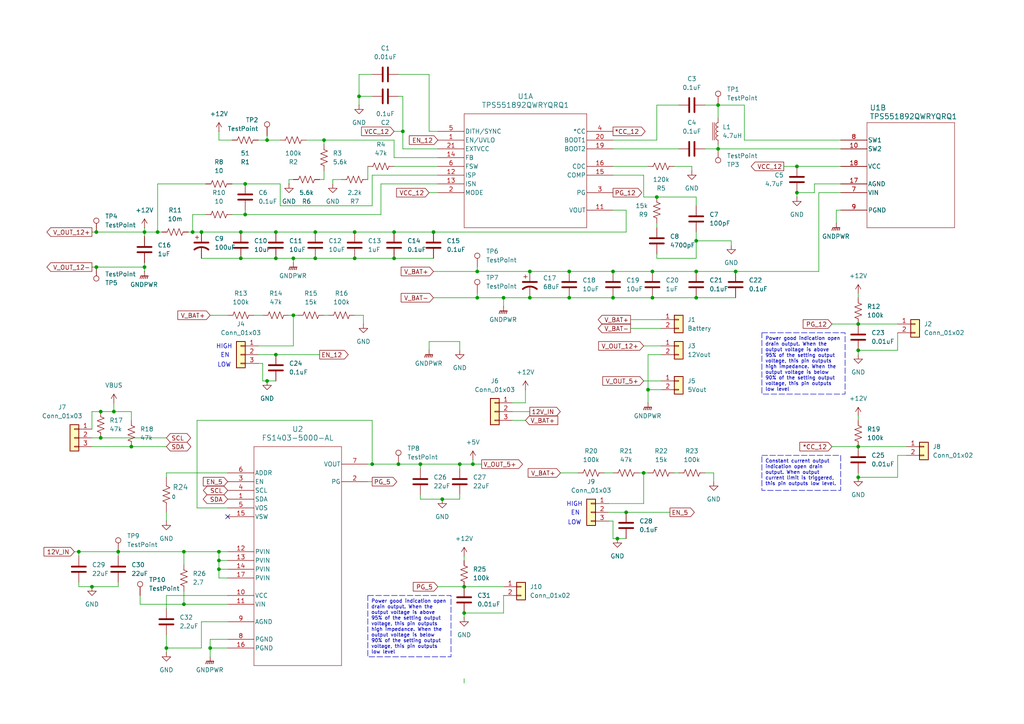
<source format=kicad_sch>
(kicad_sch (version 20250114) (generator "eeschema") (generator_version "9.0")
  (paper "A4")
  (text "HIGH" (at 65.024 100.584 0) (effects (font (size 1.27 1.27))))
  (text "LOW" (at 65.024 105.918 0) (effects (font (size 1.27 1.27))))
  (text "EN" (at 166.878 148.844 0) (effects (font (size 1.27 1.27))))
  (text "EN" (at 65.278 103.124 0) (effects (font (size 1.27 1.27))))
  (text "HIGH" (at 166.624 146.304 0) (effects (font (size 1.27 1.27))))
  (text "LOW" (at 166.624 151.638 0) (effects (font (size 1.27 1.27))))
  (text_box "Constant current output indication open drain output. When output current limit is triggered, this pin outputs low level." (at 220.98 132.08 0) (size 22.86 10.16) (margins 0.9525 0.9525 0.9525 0.9525) (stroke (width 0) (type dash)) (effects (font (size 1.016 1.016)) (justify left top)))
  (text_box "Power good indication open drain output. When the output voltage is above 95% of the setting output voltage, this pin outputs high impedance. When the output voltage is below 90% of the setting output voltage, this pin outputs low level" (at 220.98 96.52 0) (size 24.13 17.78) (margins 0.9525 0.9525 0.9525 0.9525) (stroke (width 0) (type dash)) (effects (font (size 1.016 1.016)) (justify left top)))
  (text_box "Power good indication open drain output. When the output voltage is above 95% of the setting output voltage, this pin outputs high impedance. When the output voltage is below 90% of the setting output voltage, this pin outputs low level" (at 106.68 172.72 0) (size 24.13 17.78) (margins 0.9525 0.9525 0.9525 0.9525) (stroke (width 0) (type dash)) (effects (font (size 1.016 1.016)) (justify left top)))
  (junction (at 69.85 67.31))
  (junction (at 80.01 74.93))
  (junction (at 179.07 156.21))
  (junction (at 91.44 74.93))
  (junction (at 177.8 78.74))
  (junction (at 53.34 160.02))
  (junction (at 85.09 91.44))
  (junction (at 27.94 77.47))
  (junction (at 153.67 78.74))
  (junction (at 137.16 134.62))
  (junction (at 248.92 93.98))
  (junction (at 22.86 160.02))
  (junction (at 102.87 74.93))
  (junction (at 60.96 187.96))
  (junction (at 41.91 67.31))
  (junction (at 213.36 78.74))
  (junction (at 55.88 67.31))
  (junction (at 91.44 67.31))
  (junction (at 189.23 78.74))
  (junction (at 248.92 138.43))
  (junction (at 165.1 86.36))
  (junction (at 201.93 69.85))
  (junction (at 107.95 134.62))
  (junction (at 58.42 67.31))
  (junction (at 77.47 110.49))
  (junction (at 34.29 160.02))
  (junction (at 201.93 78.74))
  (junction (at 63.5 160.02))
  (junction (at 153.67 86.36))
  (junction (at 177.8 86.36))
  (junction (at 133.35 134.62))
  (junction (at 116.84 38.1))
  (junction (at 29.21 127))
  (junction (at 128.27 144.78))
  (junction (at 45.72 67.31))
  (junction (at 102.87 67.31))
  (junction (at 146.05 86.36))
  (junction (at 53.34 175.26))
  (junction (at 114.3 67.31))
  (junction (at 80.01 102.87))
  (junction (at 27.94 67.31))
  (junction (at 138.43 86.36))
  (junction (at 231.14 55.88))
  (junction (at 134.62 177.8))
  (junction (at 104.14 27.94))
  (junction (at 248.92 129.54))
  (junction (at 63.5 165.1))
  (junction (at 85.09 74.93))
  (junction (at 38.1 129.54))
  (junction (at 189.23 86.36))
  (junction (at 208.28 30.48))
  (junction (at 29.21 119.38))
  (junction (at 77.47 40.64))
  (junction (at 121.92 134.62))
  (junction (at 63.5 162.56))
  (junction (at 115.57 134.62))
  (junction (at 69.85 74.93))
  (junction (at 208.28 43.18))
  (junction (at 125.73 67.31))
  (junction (at 186.69 137.16))
  (junction (at 80.01 67.31))
  (junction (at 231.14 48.26))
  (junction (at 71.12 53.34))
  (junction (at 201.93 86.36))
  (junction (at 190.5 57.15))
  (junction (at 48.26 187.96))
  (junction (at 181.61 148.59))
  (junction (at 138.43 78.74))
  (junction (at 93.98 40.64))
  (junction (at 248.92 101.6))
  (junction (at 187.96 113.03))
  (junction (at 33.02 119.38))
  (junction (at 26.67 170.18))
  (junction (at 41.91 77.47))
  (junction (at 165.1 78.74))
  (junction (at 71.12 62.23))
  (junction (at 114.3 74.93))
  (junction (at 134.62 170.18))
  (no_connect (at 66.04 149.86))
  (wire (pts (xy 116.84 38.1) (xy 116.84 43.18)))
  (wire (pts (xy 137.16 134.62) (xy 139.7 134.62)))
  (wire (pts (xy 107.95 121.92) (xy 107.95 134.62)))
  (wire (pts (xy 124.46 101.6) (xy 124.46 99.06)))
  (wire (pts (xy 83.82 91.44) (xy 85.09 91.44)))
  (wire (pts (xy 201.93 86.36) (xy 213.36 86.36)))
  (wire (pts (xy 71.12 60.96) (xy 71.12 62.23)))
  (wire (pts (xy 128.27 144.78) (xy 133.35 144.78)))
  (wire (pts (xy 187.96 113.03) (xy 187.96 116.84)))
  (wire (pts (xy 134.62 177.8) (xy 134.62 179.07)))
  (wire (pts (xy 41.91 66.04) (xy 41.91 67.31)))
  (wire (pts (xy 92.71 52.07) (xy 93.98 52.07)))
  (wire (pts (xy 48.26 189.23) (xy 48.26 187.96)))
  (wire (pts (xy 26.67 77.47) (xy 27.94 77.47)))
  (wire (pts (xy 114.3 38.1) (xy 116.84 38.1)))
  (wire (pts (xy 204.47 43.18) (xy 208.28 43.18)))
  (wire (pts (xy 124.46 21.59) (xy 115.57 21.59)))
  (wire (pts (xy 88.9 40.64) (xy 93.98 40.64)))
  (wire (pts (xy 67.31 40.64) (xy 63.5 40.64)))
  (wire (pts (xy 74.93 102.87) (xy 80.01 102.87)))
  (wire (pts (xy 208.28 30.48) (xy 215.9 30.48)))
  (wire (pts (xy 33.02 116.84) (xy 33.02 119.38)))
  (wire (pts (xy 93.98 40.64) (xy 114.3 40.64)))
  (wire (pts (xy 241.3 93.98) (xy 248.92 93.98)))
  (wire (pts (xy 177.8 48.26) (xy 187.96 48.26)))
  (wire (pts (xy 26.67 170.18) (xy 34.29 170.18)))
  (wire (pts (xy 80.01 102.87) (xy 92.71 102.87)))
  (wire (pts (xy 59.69 53.34) (xy 45.72 53.34)))
  (wire (pts (xy 27.94 67.31) (xy 41.91 67.31)))
  (wire (pts (xy 48.26 172.72) (xy 48.26 176.53)))
  (wire (pts (xy 85.09 74.93) (xy 85.09 76.2)))
  (wire (pts (xy 69.85 67.31) (xy 80.01 67.31)))
  (wire (pts (xy 165.1 86.36) (xy 177.8 86.36)))
  (wire (pts (xy 45.72 67.31) (xy 46.99 67.31)))
  (wire (pts (xy 26.67 124.46) (xy 26.67 119.38)))
  (wire (pts (xy 22.86 168.91) (xy 22.86 170.18)))
  (wire (pts (xy 93.98 52.07) (xy 93.98 49.53)))
  (wire (pts (xy 248.92 129.54) (xy 262.89 129.54)))
  (wire (pts (xy 134.62 161.29) (xy 134.62 162.56)))
  (wire (pts (xy 121.92 134.62) (xy 133.35 134.62)))
  (wire (pts (xy 231.14 48.26) (xy 243.84 48.26)))
  (wire (pts (xy 185.42 137.16) (xy 186.69 137.16)))
  (wire (pts (xy 102.87 91.44) (xy 105.41 91.44)))
  (wire (pts (xy 69.85 74.93) (xy 80.01 74.93)))
  (wire (pts (xy 189.23 86.36) (xy 201.93 86.36)))
  (wire (pts (xy 57.15 121.92) (xy 107.95 121.92)))
  (wire (pts (xy 58.42 67.31) (xy 69.85 67.31)))
  (wire (pts (xy 190.5 40.64) (xy 190.5 30.48)))
  (wire (pts (xy 248.92 101.6) (xy 248.92 102.87)))
  (wire (pts (xy 146.05 86.36) (xy 153.67 86.36)))
  (wire (pts (xy 243.84 60.96) (xy 242.57 60.96)))
  (wire (pts (xy 58.42 180.34) (xy 58.42 187.96)))
  (wire (pts (xy 60.96 91.44) (xy 66.04 91.44)))
  (wire (pts (xy 127 50.8) (xy 107.95 50.8)))
  (wire (pts (xy 85.09 74.93) (xy 91.44 74.93)))
  (wire (pts (xy 148.59 116.84) (xy 152.4 116.84)))
  (wire (pts (xy 38.1 129.54) (xy 48.26 129.54)))
  (wire (pts (xy 177.8 151.13) (xy 177.8 156.21)))
  (wire (pts (xy 236.22 53.34) (xy 236.22 55.88)))
  (wire (pts (xy 81.28 53.34) (xy 71.12 53.34)))
  (wire (pts (xy 93.98 91.44) (xy 95.25 91.44)))
  (wire (pts (xy 45.72 53.34) (xy 45.72 67.31)))
  (wire (pts (xy 148.59 121.92) (xy 152.4 121.92)))
  (wire (pts (xy 91.44 67.31) (xy 102.87 67.31)))
  (wire (pts (xy 186.69 57.15) (xy 190.5 57.15)))
  (wire (pts (xy 107.95 50.8) (xy 107.95 59.69)))
  (wire (pts (xy 76.2 110.49) (xy 77.47 110.49)))
  (wire (pts (xy 200.66 49.53) (xy 200.66 48.26)))
  (wire (pts (xy 138.43 77.47) (xy 138.43 78.74)))
  (wire (pts (xy 63.5 162.56) (xy 63.5 165.1)))
  (wire (pts (xy 63.5 167.64) (xy 66.04 167.64)))
  (wire (pts (xy 191.77 113.03) (xy 187.96 113.03)))
  (wire (pts (xy 48.26 137.16) (xy 66.04 137.16)))
  (wire (pts (xy 74.93 40.64) (xy 77.47 40.64)))
  (wire (pts (xy 114.3 74.93) (xy 125.73 74.93)))
  (wire (pts (xy 80.01 67.31) (xy 91.44 67.31)))
  (wire (pts (xy 181.61 148.59) (xy 194.31 148.59)))
  (wire (pts (xy 40.64 175.26) (xy 53.34 175.26)))
  (wire (pts (xy 146.05 172.72) (xy 146.05 177.8)))
  (wire (pts (xy 115.57 134.62) (xy 121.92 134.62)))
  (wire (pts (xy 41.91 77.47) (xy 41.91 78.74)))
  (wire (pts (xy 41.91 67.31) (xy 41.91 68.58)))
  (wire (pts (xy 59.69 62.23) (xy 55.88 62.23)))
  (wire (pts (xy 66.04 147.32) (xy 57.15 147.32)))
  (wire (pts (xy 260.35 138.43) (xy 248.92 138.43)))
  (wire (pts (xy 41.91 67.31) (xy 45.72 67.31)))
  (wire (pts (xy 177.8 40.64) (xy 190.5 40.64)))
  (wire (pts (xy 63.5 165.1) (xy 63.5 167.64)))
  (wire (pts (xy 48.26 184.15) (xy 48.26 187.96)))
  (wire (pts (xy 53.34 171.45) (xy 53.34 175.26)))
  (wire (pts (xy 29.21 127) (xy 48.26 127)))
  (wire (pts (xy 186.69 137.16) (xy 186.69 146.05)))
  (wire (pts (xy 208.28 43.18) (xy 243.84 43.18)))
  (wire (pts (xy 29.21 119.38) (xy 33.02 119.38)))
  (wire (pts (xy 182.88 92.71) (xy 191.77 92.71)))
  (wire (pts (xy 115.57 27.94) (xy 116.84 27.94)))
  (wire (pts (xy 26.67 129.54) (xy 38.1 129.54)))
  (wire (pts (xy 80.01 74.93) (xy 85.09 74.93)))
  (wire (pts (xy 146.05 177.8) (xy 134.62 177.8)))
  (wire (pts (xy 34.29 160.02) (xy 53.34 160.02)))
  (wire (pts (xy 124.46 21.59) (xy 124.46 38.1)))
  (wire (pts (xy 53.34 175.26) (xy 66.04 175.26)))
  (wire (pts (xy 93.98 41.91) (xy 93.98 40.64)))
  (wire (pts (xy 63.5 162.56) (xy 66.04 162.56)))
  (wire (pts (xy 63.5 165.1) (xy 66.04 165.1)))
  (wire (pts (xy 71.12 62.23) (xy 67.31 62.23)))
  (wire (pts (xy 105.41 91.44) (xy 105.41 93.98)))
  (wire (pts (xy 237.49 55.88) (xy 243.84 55.88)))
  (wire (pts (xy 34.29 170.18) (xy 34.29 168.91)))
  (wire (pts (xy 186.69 50.8) (xy 186.69 57.15)))
  (wire (pts (xy 96.52 52.07) (xy 96.52 53.34)))
  (wire (pts (xy 175.26 137.16) (xy 177.8 137.16)))
  (wire (pts (xy 121.92 134.62) (xy 121.92 135.89)))
  (wire (pts (xy 22.86 170.18) (xy 26.67 170.18)))
  (wire (pts (xy 54.61 67.31) (xy 55.88 67.31)))
  (wire (pts (xy 208.28 30.48) (xy 208.28 34.29)))
  (wire (pts (xy 201.93 59.69) (xy 201.93 57.15)))
  (wire (pts (xy 137.16 134.62) (xy 137.16 133.35)))
  (wire (pts (xy 125.73 67.31) (xy 114.3 67.31)))
  (wire (pts (xy 106.68 134.62) (xy 107.95 134.62)))
  (wire (pts (xy 104.14 21.59) (xy 104.14 27.94)))
  (wire (pts (xy 58.42 187.96) (xy 48.26 187.96)))
  (wire (pts (xy 85.09 91.44) (xy 85.09 100.33)))
  (wire (pts (xy 177.8 43.18) (xy 196.85 43.18)))
  (wire (pts (xy 85.09 91.44) (xy 86.36 91.44)))
  (wire (pts (xy 114.3 40.64) (xy 114.3 45.72)))
  (wire (pts (xy 74.93 100.33) (xy 85.09 100.33)))
  (wire (pts (xy 99.06 52.07) (xy 96.52 52.07)))
  (wire (pts (xy 134.62 196.85) (xy 134.62 198.12)))
  (wire (pts (xy 177.8 78.74) (xy 189.23 78.74)))
  (wire (pts (xy 66.04 172.72) (xy 48.26 172.72)))
  (wire (pts (xy 66.04 160.02) (xy 63.5 160.02)))
  (wire (pts (xy 63.5 160.02) (xy 63.5 162.56)))
  (wire (pts (xy 26.67 67.31) (xy 27.94 67.31)))
  (wire (pts (xy 248.92 85.09) (xy 248.92 86.36)))
  (wire (pts (xy 162.56 137.16) (xy 167.64 137.16)))
  (wire (pts (xy 241.3 129.54) (xy 248.92 129.54)))
  (wire (pts (xy 201.93 69.85) (xy 201.93 67.31)))
  (wire (pts (xy 201.93 78.74) (xy 213.36 78.74)))
  (wire (pts (xy 181.61 67.31) (xy 125.73 67.31)))
  (wire (pts (xy 27.94 77.47) (xy 41.91 77.47)))
  (wire (pts (xy 189.23 78.74) (xy 201.93 78.74)))
  (wire (pts (xy 114.3 67.31) (xy 102.87 67.31)))
  (wire (pts (xy 195.58 137.16) (xy 196.85 137.16)))
  (wire (pts (xy 110.49 53.34) (xy 127 53.34)))
  (wire (pts (xy 133.35 134.62) (xy 137.16 134.62)))
  (wire (pts (xy 40.64 172.72) (xy 40.64 175.26)))
  (wire (pts (xy 236.22 53.34) (xy 243.84 53.34)))
  (wire (pts (xy 237.49 55.88) (xy 237.49 78.74)))
  (wire (pts (xy 201.93 74.93) (xy 201.93 69.85)))
  (wire (pts (xy 22.86 160.02) (xy 34.29 160.02)))
  (wire (pts (xy 190.5 30.48) (xy 196.85 30.48)))
  (wire (pts (xy 60.96 185.42) (xy 60.96 187.96)))
  (wire (pts (xy 176.53 148.59) (xy 181.61 148.59)))
  (wire (pts (xy 191.77 102.87) (xy 187.96 102.87)))
  (wire (pts (xy 152.4 116.84) (xy 152.4 113.03)))
  (wire (pts (xy 22.86 160.02) (xy 22.86 161.29)))
  (wire (pts (xy 200.66 48.26) (xy 195.58 48.26)))
  (wire (pts (xy 204.47 30.48) (xy 208.28 30.48)))
  (wire (pts (xy 125.73 78.74) (xy 138.43 78.74)))
  (wire (pts (xy 121.92 144.78) (xy 128.27 144.78)))
  (wire (pts (xy 181.61 60.96) (xy 177.8 60.96)))
  (wire (pts (xy 66.04 185.42) (xy 60.96 185.42)))
  (wire (pts (xy 110.49 62.23) (xy 71.12 62.23)))
  (wire (pts (xy 134.62 170.18) (xy 146.05 170.18)))
  (wire (pts (xy 53.34 160.02) (xy 63.5 160.02)))
  (wire (pts (xy 91.44 74.93) (xy 102.87 74.93)))
  (wire (pts (xy 66.04 180.34) (xy 58.42 180.34)))
  (wire (pts (xy 38.1 119.38) (xy 38.1 121.92)))
  (wire (pts (xy 165.1 78.74) (xy 177.8 78.74)))
  (wire (pts (xy 133.35 144.78) (xy 133.35 143.51)))
  (wire (pts (xy 153.67 86.36) (xy 165.1 86.36)))
  (wire (pts (xy 237.49 78.74) (xy 213.36 78.74)))
  (wire (pts (xy 176.53 151.13) (xy 177.8 151.13)))
  (wire (pts (xy 124.46 38.1) (xy 127 38.1)))
  (wire (pts (xy 146.05 86.36) (xy 146.05 88.9)))
  (wire (pts (xy 55.88 67.31) (xy 58.42 67.31)))
  (wire (pts (xy 107.95 21.59) (xy 104.14 21.59)))
  (wire (pts (xy 231.14 55.88) (xy 236.22 55.88)))
  (wire (pts (xy 186.69 100.33) (xy 191.77 100.33)))
  (wire (pts (xy 106.68 48.26) (xy 106.68 52.07)))
  (wire (pts (xy 125.73 86.36) (xy 138.43 86.36)))
  (wire (pts (xy 248.92 137.16) (xy 248.92 138.43)))
  (wire (pts (xy 186.69 110.49) (xy 191.77 110.49)))
  (wire (pts (xy 57.15 147.32) (xy 57.15 121.92)))
  (wire (pts (xy 48.26 138.43) (xy 48.26 137.16)))
  (wire (pts (xy 133.35 99.06) (xy 133.35 101.6)))
  (wire (pts (xy 190.5 64.77) (xy 190.5 66.04)))
  (wire (pts (xy 201.93 57.15) (xy 190.5 57.15)))
  (wire (pts (xy 138.43 78.74) (xy 153.67 78.74)))
  (wire (pts (xy 81.28 59.69) (xy 81.28 53.34)))
  (wire (pts (xy 138.43 86.36) (xy 146.05 86.36)))
  (wire (pts (xy 121.92 143.51) (xy 121.92 144.78)))
  (wire (pts (xy 215.9 40.64) (xy 243.84 40.64)))
  (wire (pts (xy 26.67 127) (xy 29.21 127)))
  (wire (pts (xy 124.46 99.06) (xy 133.35 99.06)))
  (wire (pts (xy 48.26 148.59) (xy 48.26 151.13)))
  (wire (pts (xy 116.84 27.94) (xy 116.84 38.1)))
  (wire (pts (xy 204.47 137.16) (xy 207.01 137.16)))
  (wire (pts (xy 74.93 105.41) (xy 76.2 105.41)))
  (wire (pts (xy 186.69 137.16) (xy 187.96 137.16)))
  (wire (pts (xy 133.35 134.62) (xy 133.35 135.89)))
  (wire (pts (xy 260.35 132.08) (xy 260.35 138.43)))
  (wire (pts (xy 177.8 86.36) (xy 189.23 86.36)))
  (wire (pts (xy 177.8 156.21) (xy 179.07 156.21)))
  (wire (pts (xy 207.01 137.16) (xy 207.01 139.7)))
  (wire (pts (xy 21.59 160.02) (xy 22.86 160.02)))
  (wire (pts (xy 248.92 120.65) (xy 248.92 121.92)))
  (wire (pts (xy 81.28 59.69) (xy 107.95 59.69)))
  (wire (pts (xy 176.53 146.05) (xy 186.69 146.05)))
  (wire (pts (xy 77.47 39.37) (xy 77.47 40.64)))
  (wire (pts (xy 208.28 41.91) (xy 208.28 43.18)))
  (wire (pts (xy 260.35 101.6) (xy 248.92 101.6)))
  (wire (pts (xy 102.87 74.93) (xy 114.3 74.93)))
  (wire (pts (xy 107.95 139.7) (xy 106.68 139.7)))
  (wire (pts (xy 260.35 96.52) (xy 260.35 101.6)))
  (wire (pts (xy 190.5 74.93) (xy 201.93 74.93)))
  (wire (pts (xy 182.88 95.25) (xy 191.77 95.25)))
  (wire (pts (xy 179.07 156.21) (xy 181.61 156.21)))
  (wire (pts (xy 66.04 187.96) (xy 60.96 187.96)))
  (wire (pts (xy 41.91 76.2) (xy 41.91 77.47)))
  (wire (pts (xy 53.34 163.83) (xy 53.34 160.02)))
  (wire (pts (xy 114.3 48.26) (xy 127 48.26)))
  (wire (pts (xy 77.47 40.64) (xy 81.28 40.64)))
  (wire (pts (xy 58.42 74.93) (xy 69.85 74.93)))
  (wire (pts (xy 127 170.18) (xy 134.62 170.18)))
  (wire (pts (xy 181.61 60.96) (xy 181.61 67.31)))
  (wire (pts (xy 77.47 110.49) (xy 80.01 110.49)))
  (wire (pts (xy 114.3 45.72) (xy 127 45.72)))
  (wire (pts (xy 148.59 119.38) (xy 153.67 119.38)))
  (wire (pts (xy 104.14 27.94) (xy 107.95 27.94)))
  (wire (pts (xy 107.95 134.62) (xy 115.57 134.62)))
  (wire (pts (xy 190.5 73.66) (xy 190.5 74.93)))
  (wire (pts (xy 67.31 53.34) (xy 71.12 53.34)))
  (wire (pts (xy 187.96 102.87) (xy 187.96 113.03)))
  (wire (pts (xy 248.92 93.98) (xy 260.35 93.98)))
  (wire (pts (xy 116.84 43.18) (xy 127 43.18)))
  (wire (pts (xy 33.02 119.38) (xy 38.1 119.38)))
  (wire (pts (xy 231.14 55.88) (xy 231.14 57.15)))
  (wire (pts (xy 55.88 62.23) (xy 55.88 67.31)))
  (wire (pts (xy 212.09 69.85) (xy 201.93 69.85)))
  (wire (pts (xy 83.82 52.07) (xy 85.09 52.07)))
  (wire (pts (xy 153.67 78.74) (xy 165.1 78.74)))
  (wire (pts (xy 110.49 53.34) (xy 110.49 62.23)))
  (wire (pts (xy 104.14 27.94) (xy 104.14 30.48)))
  (wire (pts (xy 60.96 187.96) (xy 60.96 190.5)))
  (wire (pts (xy 83.82 53.34) (xy 83.82 52.07)))
  (wire (pts (xy 63.5 40.64) (xy 63.5 38.1)))
  (wire (pts (xy 76.2 105.41) (xy 76.2 110.49)))
  (wire (pts (xy 177.8 50.8) (xy 186.69 50.8)))
  (wire (pts (xy 215.9 30.48) (xy 215.9 40.64)))
  (wire (pts (xy 138.43 85.09) (xy 138.43 86.36)))
  (wire (pts (xy 262.89 132.08) (xy 260.35 132.08)))
  (wire (pts (xy 26.67 119.38) (xy 29.21 119.38)))
  (wire (pts (xy 73.66 91.44) (xy 76.2 91.44)))
  (wire (pts (xy 212.09 71.12) (xy 212.09 69.85)))
  (wire (pts (xy 124.46 55.88) (xy 127 55.88)))
  (wire (pts (xy 227.33 48.26) (xy 231.14 48.26)))
  (wire (pts (xy 242.57 60.96) (xy 242.57 64.77)))
  (wire (pts (xy 34.29 160.02) (xy 34.29 161.29)))
  (global_label "PG_5" (shape input) (at 127 170.18 180) (property "Intersheetrefs" "${INTERSHEET_REFS}" (effects (hide yes))))
  (global_label "VCC_12" (shape output) (at 227.33 48.26 180) (property "Intersheetrefs" "${INTERSHEET_REFS}" (effects (hide yes))))
  (global_label "V_BAT+" (shape input) (at 125.73 78.74 180) (property "Intersheetrefs" "${INTERSHEET_REFS}" (effects (hide yes))))
  (global_label "V_BAT-" (shape output) (at 182.88 95.25 180) (property "Intersheetrefs" "${INTERSHEET_REFS}" (effects (hide yes))))
  (global_label "V_BAT+" (shape input) (at 152.4 121.92 0) (property "Intersheetrefs" "${INTERSHEET_REFS}" (effects (hide yes))))
  (global_label "SCL" (shape bidirectional) (at 66.04 142.24 180) (property "Intersheetrefs" "${INTERSHEET_REFS}" (effects (hide yes))))
  (global_label "V_BAT+" (shape output) (at 182.88 92.71 180) (property "Intersheetrefs" "${INTERSHEET_REFS}" (effects (hide yes))))
  (global_label "V_BAT+" (shape input) (at 162.56 137.16 180) (property "Intersheetrefs" "${INTERSHEET_REFS}" (effects (hide yes))))
  (global_label "V_BAT+" (shape input) (at 60.96 91.44 180) (property "Intersheetrefs" "${INTERSHEET_REFS}" (effects (hide yes))))
  (global_label "EN_5" (shape input) (at 66.04 139.7 180) (property "Intersheetrefs" "${INTERSHEET_REFS}" (effects (hide yes))))
  (global_label "*CC_12" (shape output) (at 177.8 38.1 0) (property "Intersheetrefs" "${INTERSHEET_REFS}" (effects (hide yes))))
  (global_label "V_OUT_5+" (shape output) (at 139.7 134.62 0) (property "Intersheetrefs" "${INTERSHEET_REFS}" (effects (hide yes))))
  (global_label "PG_12" (shape input) (at 241.3 93.98 180) (property "Intersheetrefs" "${INTERSHEET_REFS}" (effects (hide yes))))
  (global_label "V_OUT_12+" (shape input) (at 186.69 100.33 180) (property "Intersheetrefs" "${INTERSHEET_REFS}" (effects (hide yes))))
  (global_label "EN_12" (shape input) (at 127 40.64 180) (property "Intersheetrefs" "${INTERSHEET_REFS}" (effects (hide yes))))
  (global_label "VCC_12" (shape input) (at 124.46 55.88 180) (property "Intersheetrefs" "${INTERSHEET_REFS}" (effects (hide yes))))
  (global_label "SCL" (shape bidirectional) (at 48.26 127 0) (property "Intersheetrefs" "${INTERSHEET_REFS}" (effects (hide yes))))
  (global_label "PG_12" (shape output) (at 177.8 55.88 0) (property "Intersheetrefs" "${INTERSHEET_REFS}" (effects (hide yes))))
  (global_label "PG_5" (shape output) (at 107.95 139.7 0) (property "Intersheetrefs" "${INTERSHEET_REFS}" (effects (hide yes))))
  (global_label "EN_12" (shape output) (at 92.71 102.87 0) (property "Intersheetrefs" "${INTERSHEET_REFS}" (effects (hide yes))))
  (global_label "12V_IN" (shape input) (at 21.59 160.02 180) (property "Intersheetrefs" "${INTERSHEET_REFS}" (effects (hide yes))))
  (global_label "V_OUT_12+" (shape output) (at 26.67 67.31 180) (property "Intersheetrefs" "${INTERSHEET_REFS}" (effects (hide yes))))
  (global_label "V_OUT_5+" (shape input) (at 186.69 110.49 180) (property "Intersheetrefs" "${INTERSHEET_REFS}" (effects (hide yes))))
  (global_label "12V_IN" (shape output) (at 153.67 119.38 0) (property "Intersheetrefs" "${INTERSHEET_REFS}" (effects (hide yes))))
  (global_label "V_OUT_12-" (shape output) (at 26.67 77.47 180) (property "Intersheetrefs" "${INTERSHEET_REFS}" (effects (hide yes))))
  (global_label "VCC_12" (shape input) (at 114.3 38.1 180) (property "Intersheetrefs" "${INTERSHEET_REFS}" (effects (hide yes))))
  (global_label "V_BAT-" (shape input) (at 125.73 86.36 180) (property "Intersheetrefs" "${INTERSHEET_REFS}" (effects (hide yes))))
  (global_label "EN_5" (shape output) (at 194.31 148.59 0) (property "Intersheetrefs" "${INTERSHEET_REFS}" (effects (hide yes))))
  (global_label "SDA" (shape bidirectional) (at 66.04 144.78 180) (property "Intersheetrefs" "${INTERSHEET_REFS}" (effects (hide yes))))
  (global_label "*CC_12" (shape input) (at 241.3 129.54 180) (property "Intersheetrefs" "${INTERSHEET_REFS}" (effects (hide yes))))
  (global_label "SDA" (shape bidirectional) (at 48.26 129.54 0) (property "Intersheetrefs" "${INTERSHEET_REFS}" (effects (hide yes))))
  (symbol (lib_id "Device:R_US") (at 171.45 137.16 90) (unit 1)
    (property "Reference" "R20" (at 171.45 130.81 90))
    (property "Value" "100k" (at 171.45 133.35 90))
    (property "Footprint" "Resistor_SMD:R_0805_2012Metric_Pad1.20x1.40mm_HandSolder" (effects (hide yes)))
    (property "Description" "Resistor, US symbol" (effects (hide yes)))
  )
  (symbol (lib_id "Device:R_US") (at 80.01 91.44 90) (unit 1)
    (property "Reference" "R14" (at 80.01 85.09 90))
    (property "Value" "47k" (at 80.01 87.63 90))
    (property "Footprint" "Resistor_SMD:R_0805_2012Metric_Pad1.20x1.40mm_HandSolder" (effects (hide yes)))
    (property "Description" "Resistor, US symbol" (effects (hide yes)))
  )
  (symbol (lib_id "power:VBUS") (at 33.02 116.84 0) (unit 1)
    (property "Reference" "#PWR018" (effects (hide yes)))
    (property "Value" "VBUS" (at 33.02 111.76 0))
    (property "Description" "Power symbol creates a global label with name \"VBUS\"" (effects (hide yes)))
  )
  (symbol (lib_id "Device:R_US") (at 50.8 67.31 90) (unit 1)
    (property "Reference" "R11" (at 50.8 60.96 90))
    (property "Value" "10m" (at 50.8 63.5 90))
    (property "Footprint" "Resistor_SMD:R_1206_3216Metric_Pad1.30x1.75mm_HandSolder" (effects (hide yes)))
    (property "Description" "Resistor, US symbol" (effects (hide yes)))
  )
  (symbol (lib_id "Device:C") (at 80.01 71.12 0) (unit 1)
    (property "Reference" "C11" (at 83.82 69.8499 0) (effects (justify left)))
    (property "Value" "10uF" (at 83.82 72.3899 0) (effects (justify left)))
    (property "Footprint" "Capacitor_SMD:C_0805_2012Metric_Pad1.18x1.45mm_HandSolder" (effects (hide yes)))
    (property "Description" "Unpolarized capacitor" (effects (hide yes)))
  )
  (symbol (lib_id "Connector:TestPoint") (at 77.47 39.37 0) (mirror y) (unit 1)
    (property "Reference" "TP2" (at 74.93 34.7979 0) (effects (justify left)))
    (property "Value" "TestPoint" (at 74.93 37.3379 0) (effects (justify left)))
    (property "Footprint" "TestPoint:TestPoint_Keystone_5019_Miniature" (effects (hide yes)))
    (property "Description" "test point" (effects (hide yes)))
  )
  (symbol (lib_id "Device:C") (at 200.66 30.48 90) (mirror x) (unit 1)
    (property "Reference" "C3" (at 200.66 22.86 90))
    (property "Value" "0.1uF" (at 200.66 25.4 90))
    (property "Footprint" "Capacitor_SMD:C_1206_3216Metric_Pad1.33x1.80mm_HandSolder" (effects (hide yes)))
    (property "Description" "Unpolarized capacitor" (effects (hide yes)))
  )
  (symbol (lib_id "Device:R_US") (at 181.61 137.16 90) (unit 1)
    (property "Reference" "R21" (at 181.61 130.81 90))
    (property "Value" "47k" (at 181.61 133.35 90))
    (property "Footprint" "Resistor_SMD:R_0805_2012Metric_Pad1.20x1.40mm_HandSolder" (effects (hide yes)))
    (property "Description" "Resistor, US symbol" (effects (hide yes)))
  )
  (symbol (lib_id "Device:C") (at 133.35 139.7 0) (unit 1)
    (property "Reference" "C27" (at 137.16 138.4299 0) (effects (justify left)))
    (property "Value" "22uF" (at 137.16 140.9699 0) (effects (justify left)))
    (property "Footprint" "Capacitor_SMD:C_0805_2012Metric_Pad1.18x1.45mm_HandSolder" (effects (hide yes)))
    (property "Description" "Unpolarized capacitor" (effects (hide yes)))
  )
  (symbol (lib_id "Device:C") (at 114.3 71.12 0) (unit 1)
    (property "Reference" "C14" (at 118.11 69.8499 0) (effects (justify left)))
    (property "Value" "0.1uF" (at 118.11 72.3899 0) (effects (justify left)))
    (property "Footprint" "Capacitor_SMD:C_1206_3216Metric_Pad1.33x1.80mm_HandSolder" (effects (hide yes)))
    (property "Description" "Unpolarized capacitor" (effects (hide yes)))
  )
  (symbol (lib_id "Connector:TestPoint") (at 34.29 160.02 0) (unit 1)
    (property "Reference" "TP9" (at 36.83 155.4479 0) (effects (justify left)))
    (property "Value" "TestPoint" (at 36.83 157.9879 0) (effects (justify left)))
    (property "Footprint" "TestPoint:TestPoint_Keystone_5019_Miniature" (effects (hide yes)))
    (property "Description" "test point" (effects (hide yes)))
  )
  (symbol (lib_id "Device:R_US") (at 191.77 48.26 90) (unit 1)
    (property "Reference" "R5" (at 191.77 54.61 90))
    (property "Value" "120k" (at 191.77 52.07 90))
    (property "Footprint" "Resistor_SMD:R_0805_2012Metric_Pad1.20x1.40mm_HandSolder" (effects (hide yes)))
    (property "Description" "Resistor, US symbol" (effects (hide yes)))
  )
  (symbol (lib_id "power:GND") (at 26.67 170.18 0) (unit 1)
    (property "Reference" "#PWR028" (effects (hide yes)))
    (property "Value" "GND" (at 26.67 175.26 0))
    (property "Description" "Power symbol creates a global label with name \"GND\" , ground" (effects (hide yes)))
  )
  (symbol (lib_id "power:+12V") (at 248.92 85.09 0) (unit 1)
    (property "Reference" "#PWR012" (effects (hide yes)))
    (property "Value" "+12V" (at 248.92 80.01 0))
    (property "Description" "Power symbol creates a global label with name \"+12V\"" (effects (hide yes)))
  )
  (symbol (lib_id "Device:C") (at 125.73 71.12 0) (unit 1)
    (property "Reference" "C15" (at 129.54 69.8499 0) (effects (justify left)))
    (property "Value" "0.1uF" (at 129.54 72.3899 0) (effects (justify left)))
    (property "Footprint" "Capacitor_SMD:C_1206_3216Metric_Pad1.33x1.80mm_HandSolder" (effects (hide yes)))
    (property "Description" "Unpolarized capacitor" (effects (hide yes)))
  )
  (symbol (lib_id "Connector:TestPoint") (at 115.57 134.62 0) (unit 1)
    (property "Reference" "TP8" (at 118.11 130.0479 0) (effects (justify left)))
    (property "Value" "TestPoint" (at 118.11 132.5879 0) (effects (justify left)))
    (property "Footprint" "TestPoint:TestPoint_Keystone_5019_Miniature" (effects (hide yes)))
    (property "Description" "test point" (effects (hide yes)))
  )
  (symbol (lib_id "Device:C") (at 248.92 133.35 0) (unit 1)
    (property "Reference" "C25" (at 252.73 132.0799 0) (effects (justify left)))
    (property "Value" "0.01uF" (at 252.73 134.6199 0) (effects (justify left)))
    (property "Footprint" "Capacitor_SMD:C_0805_2012Metric_Pad1.18x1.45mm_HandSolder" (effects (hide yes)))
    (property "Description" "Unpolarized capacitor" (effects (hide yes)))
  )
  (symbol (lib_id "power:GNDPWR") (at 146.05 88.9 0) (unit 1)
    (property "Reference" "#PWR013" (effects (hide yes)))
    (property "Value" "GNDPWR" (at 145.923 92.71 0))
    (property "Description" "Power symbol creates a global label with name \"GNDPWR\" , global ground" (effects (hide yes)))
  )
  (symbol (lib_id "power:GND") (at 179.07 156.21 0) (unit 1)
    (property "Reference" "#PWR026" (effects (hide yes)))
    (property "Value" "GND" (at 179.07 161.29 0))
    (property "Description" "Power symbol creates a global label with name \"GND\" , ground" (effects (hide yes)))
  )
  (symbol (lib_id "Device:C") (at 134.62 173.99 0) (unit 1)
    (property "Reference" "C31" (at 138.43 172.7199 0) (effects (justify left)))
    (property "Value" "0.01uF" (at 138.43 175.2599 0) (effects (justify left)))
    (property "Footprint" "Capacitor_SMD:C_0805_2012Metric_Pad1.18x1.45mm_HandSolder" (effects (hide yes)))
    (property "Description" "Unpolarized capacitor" (effects (hide yes)))
  )
  (symbol (lib_id "Device:R_US") (at 88.9 52.07 90) (unit 1)
    (property "Reference" "R6" (at 88.9 58.42 90))
    (property "Value" "5.6k" (at 88.9 55.88 90))
    (property "Footprint" "Resistor_SMD:R_1206_3216Metric_Pad1.30x1.75mm_HandSolder" (effects (hide yes)))
    (property "Description" "Resistor, US symbol" (effects (hide yes)))
  )
  (symbol (lib_id "Device:R_US") (at 71.12 40.64 90) (unit 1)
    (property "Reference" "R1" (at 71.12 46.99 90))
    (property "Value" "51" (at 71.12 44.45 90))
    (property "Footprint" "Resistor_SMD:R_0805_2012Metric_Pad1.20x1.40mm_HandSolder" (effects (hide yes)))
    (property "Description" "Resistor, US symbol" (effects (hide yes)))
  )
  (symbol (lib_id "Connector:TestPoint") (at 27.94 77.47 0) (mirror x) (unit 1)
    (property "Reference" "TP5" (at 30.48 82.0421 0) (effects (justify left)))
    (property "Value" "TestPoint" (at 30.48 79.5021 0) (effects (justify left)))
    (property "Footprint" "TestPoint:TestPoint_Keystone_5019_Miniature" (effects (hide yes)))
    (property "Description" "test point" (effects (hide yes)))
  )
  (symbol (lib_id "Device:C_Polarized_US") (at 58.42 71.12 0) (unit 1)
    (property "Reference" "C9" (at 62.23 69.2149 0) (effects (justify left)))
    (property "Value" "100uF" (at 62.23 71.7549 0) (effects (justify left)))
    (property "Footprint" "Capacitor_SMD:CP_Elec_6.3x5.4" (effects (hide yes)))
    (property "Description" "Polarized capacitor, US symbol" (effects (hide yes)))
  )
  (symbol (lib_id "power:GNDPWR") (at 242.57 64.77 0) (unit 1)
    (property "Reference" "#PWR07" (effects (hide yes)))
    (property "Value" "GNDPWR" (at 242.443 68.58 0))
    (property "Description" "Power symbol creates a global label with name \"GNDPWR\" , global ground" (effects (hide yes)))
  )
  (symbol (lib_id "power:GND") (at 105.41 93.98 0) (unit 1)
    (property "Reference" "#PWR014" (effects (hide yes)))
    (property "Value" "GND" (at 105.41 99.06 0))
    (property "Description" "Power symbol creates a global label with name \"GND\" , ground" (effects (hide yes)))
  )
  (symbol (lib_id "power:+12V") (at 137.16 133.35 0) (unit 1)
    (property "Reference" "#PWR021" (effects (hide yes)))
    (property "Value" "+5V" (at 137.16 128.27 0))
    (property "Description" "Power symbol creates a global label with name \"+12V\"" (effects (hide yes)))
  )
  (symbol (lib_id "Device:C") (at 121.92 139.7 0) (unit 1)
    (property "Reference" "C26" (at 125.73 138.4299 0) (effects (justify left)))
    (property "Value" "22uF" (at 125.73 140.9699 0) (effects (justify left)))
    (property "Footprint" "Capacitor_SMD:C_0805_2012Metric_Pad1.18x1.45mm_HandSolder" (effects (hide yes)))
    (property "Description" "Unpolarized capacitor" (effects (hide yes)))
  )
  (symbol (lib_id "Device:R_US") (at 90.17 91.44 90) (unit 1)
    (property "Reference" "R15" (at 90.17 85.09 90))
    (property "Value" "15k" (at 90.17 87.63 90))
    (property "Footprint" "Resistor_SMD:R_0805_2012Metric_Pad1.20x1.40mm_HandSolder" (effects (hide yes)))
    (property "Description" "Resistor, US symbol" (effects (hide yes)))
  )
  (symbol (lib_id "Device:R_US") (at 110.49 48.26 270) (unit 1)
    (property "Reference" "R4" (at 110.49 41.91 90))
    (property "Value" "47k" (at 110.49 44.45 90))
    (property "Footprint" "Resistor_SMD:R_0805_2012Metric_Pad1.20x1.40mm_HandSolder" (effects (hide yes)))
    (property "Description" "Resistor, US symbol" (effects (hide yes)))
  )
  (symbol (lib_id "power:+12V") (at 248.92 120.65 0) (unit 1)
    (property "Reference" "#PWR020" (effects (hide yes)))
    (property "Value" "+12V" (at 248.92 115.57 0))
    (property "Description" "Power symbol creates a global label with name \"+12V\"" (effects (hide yes)))
  )
  (symbol (lib_id "power:GND") (at 248.92 102.87 0) (unit 1)
    (property "Reference" "#PWR015" (effects (hide yes)))
    (property "Value" "GND" (at 248.92 107.95 0))
    (property "Description" "Power symbol creates a global label with name \"GND\" , ground" (effects (hide yes)))
  )
  (symbol (lib_id "Device:L_Iron") (at 208.28 38.1 180) (unit 1)
    (property "Reference" "L1" (at 209.55 36.8299 0) (effects (justify right)))
    (property "Value" "4.7uH" (at 209.55 39.3699 0) (effects (justify right)))
    (property "Footprint" "Inductor_SMD:L_Coilcraft_XAL7070-XXX" (effects (hide yes)))
    (property "Description" "Inductor with iron core" (effects (hide yes)))
  )
  (symbol (lib_id "power:GND") (at 77.47 110.49 0) (unit 1)
    (property "Reference" "#PWR016" (effects (hide yes)))
    (property "Value" "GND" (at 77.47 115.57 0))
    (property "Description" "Power symbol creates a global label with name \"GND\" , ground" (effects (hide yes)))
  )
  (symbol (lib_id "Device:R_US") (at 93.98 45.72 180) (unit 1)
    (property "Reference" "R3" (at 96.52 44.4499 0) (effects (justify right)))
    (property "Value" "5.6k" (at 96.52 46.9899 0) (effects (justify right)))
    (property "Footprint" "Resistor_SMD:R_1206_3216Metric_Pad1.30x1.75mm_HandSolder" (effects (hide yes)))
    (property "Description" "Resistor, US symbol" (effects (hide yes)))
  )
  (symbol (lib_id "Device:C") (at 190.5 69.85 0) (unit 1)
    (property "Reference" "C8" (at 194.31 68.5799 0) (effects (justify left)))
    (property "Value" "4700pF" (at 194.31 71.1199 0) (effects (justify left)))
    (property "Footprint" "Capacitor_SMD:C_1206_3216Metric_Pad1.33x1.80mm_HandSolder" (effects (hide yes)))
    (property "Description" "Unpolarized capacitor" (effects (hide yes)))
  )
  (symbol (lib_id "Device:R_US") (at 134.62 166.37 0) (unit 1)
    (property "Reference" "R25" (at 137.16 165.0999 0) (effects (justify left)))
    (property "Value" "100k" (at 137.16 167.6399 0) (effects (justify left)))
    (property "Footprint" "Resistor_SMD:R_0805_2012Metric_Pad1.20x1.40mm_HandSolder" (effects (hide yes)))
    (property "Description" "Resistor, US symbol" (effects (hide yes)))
  )
  (symbol (lib_id "Device:R_US") (at 69.85 91.44 90) (unit 1)
    (property "Reference" "R13" (at 69.85 85.09 90))
    (property "Value" "100k" (at 69.85 87.63 90))
    (property "Footprint" "Resistor_SMD:R_0805_2012Metric_Pad1.20x1.40mm_HandSolder" (effects (hide yes)))
    (property "Description" "Resistor, US symbol" (effects (hide yes)))
  )
  (symbol (lib_id "KiCad_TitoSync_Symbols:TPS551892QWRYQRQ1") (at 243.84 40.64 0) (unit 2)
    (property "Reference" "U1" (at 252.222 31.242 0) (effects (font (size 1.524 1.524)) (justify left)))
    (property "Value" "TPS551892QWRYQRQ1" (at 252.222 33.782 0) (effects (font (size 1.524 1.524)) (justify left)))
    (property "Footprint" "Kicad_TitoSync_Footprints:VQFN21_RYQ_TEX" (effects (hide yes)))
    (property "Datasheet" "https://www.ti.com/lit/gpn/tps551892-q1" (effects (hide yes)))
  )
  (symbol (lib_id "Connector:TestPoint") (at 138.43 85.09 0) (unit 1)
    (property "Reference" "TP7" (at 140.97 80.5179 0) (effects (justify left)))
    (property "Value" "TestPoint" (at 140.97 83.0579 0) (effects (justify left)))
    (property "Footprint" "TestPoint:TestPoint_Keystone_5019_Miniature" (effects (hide yes)))
    (property "Description" "test point" (effects (hide yes)))
  )
  (symbol (lib_id "Device:C") (at 91.44 71.12 0) (unit 1)
    (property "Reference" "C12" (at 95.25 69.8499 0) (effects (justify left)))
    (property "Value" "10uF" (at 95.25 72.3899 0) (effects (justify left)))
    (property "Footprint" "Capacitor_SMD:C_0805_2012Metric_Pad1.18x1.45mm_HandSolder" (effects (hide yes)))
    (property "Description" "Unpolarized capacitor" (effects (hide yes)))
  )
  (symbol (lib_id "Device:R_US") (at 200.66 137.16 90) (unit 1)
    (property "Reference" "R23" (at 200.66 130.81 90))
    (property "Value" "100k" (at 200.66 133.35 90))
    (property "Footprint" "Resistor_SMD:R_0805_2012Metric_Pad1.20x1.40mm_HandSolder" (effects (hide yes)))
    (property "Description" "Resistor, US symbol" (effects (hide yes)))
  )
  (symbol (lib_id "POWER_STRIP_DESIGN_WITH_ORIGINAL-lib:R") (at 45.72 146.05 90) (unit 1)
    (property "Reference" "R24" (at 50.038 140.462 90) (effects (font (size 1.4986 1.4986)) (justify right bottom)))
    (property "Value" "0" (at 49.784 143.51 90) (effects (font (size 1.0668 1.0668)) (justify right bottom)))
    (property "Footprint" "Resistor_SMD:R_0805_2012Metric_Pad1.20x1.40mm_HandSolder" (effects (hide yes)))
    (property "Description" "Res,0402,1/16 W,1%" (effects (hide yes)))
    (property "DIST" "FLAT" (effects (hide yes)))
    (property "MAX_TEMP" "RTMAX" (effects (hide yes)))
    (property "Manufacturer" "Panasonic" (effects (hide yes)))
    (property "POWER" "RMAX" (effects (hide yes)))
    (property "PSpiceTemplate" "R^@REFDES %1 %2 ?TOLERANCE|R^@REFDES| @VALUE TC=@TC1,@TC2 ?TOLERANCE|\\n.model R^@REFDES RES R=1 DEV=@TOLERANCE% TC1=@TC1 TC2=@TC2|" (effects (hide yes)))
    (property "Part__Number" "ERJ-2GE0R00X" (effects (hide yes)))
    (property "SLOPE" "RSMAX" (effects (hide yes)))
    (property "Source__Package" "R" (effects (hide yes)))
    (property "TC1" "0" (effects (hide yes)))
    (property "TC2" "0" (effects (hide yes)))
    (property "VOLTAGE" "RVMAX" (effects (hide yes)))
  )
  (symbol (lib_id "Device:C") (at 177.8 82.55 0) (unit 1)
    (property "Reference" "C19" (at 181.61 81.2799 0) (effects (justify left)))
    (property "Value" "10uF" (at 181.61 83.8199 0) (effects (justify left)))
    (property "Footprint" "Capacitor_SMD:C_0805_2012Metric_Pad1.18x1.45mm_HandSolder" (effects (hide yes)))
    (property "Description" "Unpolarized capacitor" (effects (hide yes)))
  )
  (symbol (lib_id "KiCad_TitoSync_Symbols:FS1403-5000-AL") (at 66.04 137.16 0) (unit 1)
    (property "Reference" "U2" (at 86.36 124.46 0) (effects (font (size 1.524 1.524))))
    (property "Value" "FS1403-5000-AL" (at 86.36 127 0) (effects (font (size 1.524 1.524))))
    (property "Footprint" "Kicad_TitoSync_Footprints:FS1403_TDK" (effects (hide yes)))
    (property "Datasheet" "FS1403-5000-AL" (effects (hide yes)))
  )
  (symbol (lib_id "Connector:TestPoint") (at 208.28 43.18 0) (mirror x) (unit 1)
    (property "Reference" "TP3" (at 210.82 47.7521 0) (effects (justify left)))
    (property "Value" "TestPoint" (at 210.82 45.2121 0) (effects (justify left)))
    (property "Footprint" "TestPoint:TestPoint_Keystone_5019_Miniature" (effects (hide yes)))
    (property "Description" "test point" (effects (hide yes)))
  )
  (symbol (lib_id "Device:R_US") (at 63.5 62.23 90) (unit 1)
    (property "Reference" "R10" (at 63.5 55.88 90))
    (property "Value" "10" (at 63.5 58.42 90))
    (property "Footprint" "Resistor_SMD:R_0805_2012Metric_Pad1.20x1.40mm_HandSolder" (effects (hide yes)))
    (property "Description" "Resistor, US symbol" (effects (hide yes)))
  )
  (symbol (lib_id "power:GND") (at 212.09 71.12 0) (unit 1)
    (property "Reference" "#PWR09" (effects (hide yes)))
    (property "Value" "GND" (at 212.09 76.2 0))
    (property "Description" "Power symbol creates a global label with name \"GND\" , ground" (effects (hide yes)))
  )
  (symbol (lib_id "power:GND") (at 83.82 53.34 0) (unit 1)
    (property "Reference" "#PWR04" (effects (hide yes)))
    (property "Value" "GND" (at 83.82 58.42 0))
    (property "Description" "Power symbol creates a global label with name \"GND\" , ground" (effects (hide yes)))
  )
  (symbol (lib_id "Connector:TestPoint") (at 208.28 30.48 0) (unit 1)
    (property "Reference" "TP1" (at 210.82 25.9079 0) (effects (justify left)))
    (property "Value" "TestPoint" (at 210.82 28.4479 0) (effects (justify left)))
    (property "Footprint" "TestPoint:TestPoint_Keystone_5019_Miniature" (effects (hide yes)))
    (property "Description" "test point" (effects (hide yes)))
  )
  (symbol (lib_id "Device:R_US") (at 38.1 125.73 0) (unit 1)
    (property "Reference" "R18" (at 40.64 124.4599 0) (effects (justify left)))
    (property "Value" "47k" (at 40.64 126.9999 0) (effects (justify left)))
    (property "Footprint" "Resistor_SMD:R_0805_2012Metric_Pad1.20x1.40mm_HandSolder" (effects (hide yes)))
    (property "Description" "Resistor, US symbol" (effects (hide yes)))
  )
  (symbol (lib_id "Connector_Generic:Conn_01x02") (at 196.85 92.71 0) (unit 1)
    (property "Reference" "J1" (at 199.39 92.7099 0) (effects (justify left)))
    (property "Value" "Battery" (at 199.39 95.2499 0) (effects (justify left)))
    (property "Footprint" "TerminalBlock_4Ucon:TerminalBlock_4Ucon_1x02_P3.50mm_Horizontal" (effects (hide yes)))
    (property "Description" "Generic connector, single row, 01x02, script generated (kicad-library-utils/schlib/autogen/connector/)" (effects (hide yes)))
  )
  (symbol (lib_id "Device:C") (at 80.01 106.68 0) (unit 1)
    (property "Reference" "C24" (at 83.82 105.4099 0) (effects (justify left)))
    (property "Value" "0.1uF" (at 83.82 107.9499 0) (effects (justify left)))
    (property "Footprint" "Capacitor_SMD:C_1206_3216Metric_Pad1.33x1.80mm_HandSolder" (effects (hide yes)))
    (property "Description" "Unpolarized capacitor" (effects (hide yes)))
  )
  (symbol (lib_id "Connector_Generic:Conn_01x03") (at 69.85 102.87 0) (mirror y) (unit 1)
    (property "Reference" "J4" (at 69.85 93.98 0))
    (property "Value" "Conn_01x03" (at 69.85 96.52 0))
    (property "Footprint" "Connector_PinHeader_2.54mm:PinHeader_1x03_P2.54mm_Vertical" (effects (hide yes)))
    (property "Description" "Generic connector, single row, 01x03, script generated (kicad-library-utils/schlib/autogen/connector/)" (effects (hide yes)))
  )
  (symbol (lib_id "Connector:TestPoint") (at 27.94 67.31 0) (unit 1)
    (property "Reference" "TP4" (at 30.48 62.7379 0) (effects (justify left)))
    (property "Value" "TestPoint" (at 30.48 65.2779 0) (effects (justify left)))
    (property "Footprint" "TestPoint:TestPoint_Keystone_5019_Miniature" (effects (hide yes)))
    (property "Description" "test point" (effects (hide yes)))
  )
  (symbol (lib_id "Device:C") (at 201.93 63.5 0) (unit 1)
    (property "Reference" "C7" (at 205.74 62.2299 0) (effects (justify left)))
    (property "Value" "100pF" (at 205.74 64.7699 0) (effects (justify left)))
    (property "Footprint" "Capacitor_SMD:C_0805_2012Metric_Pad1.18x1.45mm_HandSolder" (effects (hide yes)))
    (property "Description" "Unpolarized capacitor" (effects (hide yes)))
  )
  (symbol (lib_name "TPS551892QWRYQRQ1_1") (lib_id "KiCad_TitoSync_Symbols:TPS551892QWRYQRQ1") (at 127 38.1 0) (unit 1)
    (property "Reference" "U1" (at 152.4 27.94 0) (effects (font (size 1.524 1.524))))
    (property "Value" "TPS551892QWRYQRQ1" (at 152.4 30.48 0) (effects (font (size 1.524 1.524))))
    (property "Footprint" "Kicad_TitoSync_Footprints:VQFN21_RYQ_TEX" (effects (hide yes)))
    (property "Datasheet" "https://www.ti.com/lit/gpn/tps551892-q1" (effects (hide yes)))
  )
  (symbol (lib_id "power:GND") (at 48.26 151.13 0) (unit 1)
    (property "Reference" "#PWR025" (effects (hide yes)))
    (property "Value" "GND" (at 48.26 156.21 0))
    (property "Description" "Power symbol creates a global label with name \"GND\" , ground" (effects (hide yes)))
  )
  (symbol (lib_id "power:GND") (at 231.14 57.15 0) (unit 1)
    (property "Reference" "#PWR06" (effects (hide yes)))
    (property "Value" "GND" (at 231.14 62.23 0))
    (property "Description" "Power symbol creates a global label with name \"GND\" , ground" (effects (hide yes)))
  )
  (symbol (lib_id "power:GND") (at 96.52 53.34 0) (unit 1)
    (property "Reference" "#PWR05" (effects (hide yes)))
    (property "Value" "GND" (at 96.52 58.42 0))
    (property "Description" "Power symbol creates a global label with name \"GND\" , ground" (effects (hide yes)))
  )
  (symbol (lib_id "Device:C") (at 111.76 27.94 90) (mirror x) (unit 1)
    (property "Reference" "C2" (at 111.76 35.56 90))
    (property "Value" "0.1uF" (at 111.76 33.02 90))
    (property "Footprint" "Capacitor_SMD:C_1206_3216Metric_Pad1.33x1.80mm_HandSolder" (effects (hide yes)))
    (property "Description" "Unpolarized capacitor" (effects (hide yes)))
  )
  (symbol (lib_id "power:GND") (at 248.92 138.43 0) (unit 1)
    (property "Reference" "#PWR022" (effects (hide yes)))
    (property "Value" "GND" (at 248.92 143.51 0))
    (property "Description" "Power symbol creates a global label with name \"GND\" , ground" (effects (hide yes)))
  )
  (symbol (lib_id "Device:C") (at 71.12 57.15 0) (unit 1)
    (property "Reference" "C6" (at 74.93 55.8799 0) (effects (justify left)))
    (property "Value" "0.1uF" (at 74.93 58.4199 0) (effects (justify left)))
    (property "Footprint" "Capacitor_SMD:C_1206_3216Metric_Pad1.33x1.80mm_HandSolder" (effects (hide yes)))
    (property "Description" "Unpolarized capacitor" (effects (hide yes)))
  )
  (symbol (lib_id "Device:R_US") (at 85.09 40.64 90) (unit 1)
    (property "Reference" "R2" (at 85.09 46.99 90))
    (property "Value" "100k" (at 85.09 44.45 90))
    (property "Footprint" "Resistor_SMD:R_0805_2012Metric_Pad1.20x1.40mm_HandSolder" (effects (hide yes)))
    (property "Description" "Resistor, US symbol" (effects (hide yes)))
  )
  (symbol (lib_id "power:+12V") (at 134.62 161.29 0) (unit 1)
    (property "Reference" "#PWR027" (effects (hide yes)))
    (property "Value" "+12V" (at 134.62 156.21 0))
    (property "Description" "Power symbol creates a global label with name \"+12V\"" (effects (hide yes)))
  )
  (symbol (lib_id "Device:R_US") (at 248.92 125.73 0) (unit 1)
    (property "Reference" "R19" (at 251.46 124.4599 0) (effects (justify left)))
    (property "Value" "100k" (at 251.46 126.9999 0) (effects (justify left)))
    (property "Footprint" "Resistor_SMD:R_0805_2012Metric_Pad1.20x1.40mm_HandSolder" (effects (hide yes)))
    (property "Description" "Resistor, US symbol" (effects (hide yes)))
  )
  (symbol (lib_id "Device:C") (at 165.1 82.55 0) (unit 1)
    (property "Reference" "C18" (at 168.91 81.2799 0) (effects (justify left)))
    (property "Value" "10uF" (at 168.91 83.8199 0) (effects (justify left)))
    (property "Footprint" "Capacitor_SMD:C_0805_2012Metric_Pad1.18x1.45mm_HandSolder" (effects (hide yes)))
    (property "Description" "Unpolarized capacitor" (effects (hide yes)))
  )
  (symbol (lib_id "Device:C") (at 34.29 165.1 0) (unit 1)
    (property "Reference" "C30" (at 38.1 163.8299 0) (effects (justify left)))
    (property "Value" "22uF" (at 38.1 166.3699 0) (effects (justify left)))
    (property "Footprint" "Capacitor_SMD:C_0805_2012Metric_Pad1.18x1.45mm_HandSolder" (effects (hide yes)))
    (property "Description" "Unpolarized capacitor" (effects (hide yes)))
  )
  (symbol (lib_id "Device:C") (at 213.36 82.55 0) (unit 1)
    (property "Reference" "C22" (at 217.17 81.2799 0) (effects (justify left)))
    (property "Value" "0.1uF" (at 217.17 83.8199 0) (effects (justify left)))
    (property "Footprint" "Capacitor_SMD:C_1206_3216Metric_Pad1.33x1.80mm_HandSolder" (effects (hide yes)))
    (property "Description" "Unpolarized capacitor" (effects (hide yes)))
  )
  (symbol (lib_id "Connector_Generic:Conn_01x03") (at 21.59 127 0) (mirror y) (unit 1)
    (property "Reference" "J7" (at 18.034 118.11 0))
    (property "Value" "Conn_01x03" (at 18.034 120.65 0))
    (property "Footprint" "Connector_PinHeader_2.54mm:PinHeader_1x03_P2.54mm_Vertical" (effects (hide yes)))
    (property "Description" "Generic connector, single row, 01x03, script generated (kicad-library-utils/schlib/autogen/connector/)" (effects (hide yes)))
  )
  (symbol (lib_id "Device:C") (at 22.86 165.1 0) (unit 1)
    (property "Reference" "C29" (at 26.67 163.8299 0) (effects (justify left)))
    (property "Value" "22uF" (at 26.67 166.3699 0) (effects (justify left)))
    (property "Footprint" "Capacitor_SMD:C_0805_2012Metric_Pad1.18x1.45mm_HandSolder" (effects (hide yes)))
    (property "Description" "Unpolarized capacitor" (effects (hide yes)))
  )
  (symbol (lib_id "Device:C") (at 248.92 97.79 0) (unit 1)
    (property "Reference" "C23" (at 252.73 96.5199 0) (effects (justify left)))
    (property "Value" "0.01uF" (at 252.73 99.0599 0) (effects (justify left)))
    (property "Footprint" "Capacitor_SMD:C_0805_2012Metric_Pad1.18x1.45mm_HandSolder" (effects (hide yes)))
    (property "Description" "Unpolarized capacitor" (effects (hide yes)))
  )
  (symbol (lib_id "Device:R_US") (at 190.5 60.96 180) (unit 1)
    (property "Reference" "R9" (at 187.96 62.2301 0) (effects (justify left)))
    (property "Value" "15k" (at 187.96 59.6901 0) (effects (justify left)))
    (property "Footprint" "Resistor_SMD:R_0805_2012Metric_Pad1.20x1.40mm_HandSolder" (effects (hide yes)))
    (property "Description" "Resistor, US symbol" (effects (hide yes)))
  )
  (symbol (lib_id "power:+12V") (at 41.91 66.04 0) (unit 1)
    (property "Reference" "#PWR08" (effects (hide yes)))
    (property "Value" "+12V" (at 41.91 60.96 0))
    (property "Description" "Power symbol creates a global label with name \"+12V\"" (effects (hide yes)))
  )
  (symbol (lib_id "Device:R_US") (at 53.34 167.64 0) (unit 1)
    (property "Reference" "R26" (at 55.88 166.3699 0) (effects (justify left)))
    (property "Value" "2.7" (at 55.88 168.9099 0) (effects (justify left)))
    (property "Footprint" "Resistor_SMD:R_1210_3225Metric_Pad1.30x2.65mm_HandSolder" (effects (hide yes)))
    (property "Description" "Resistor, US symbol" (effects (hide yes)))
  )
  (symbol (lib_id "power:GNDPWR") (at 187.96 116.84 0) (unit 1)
    (property "Reference" "#PWR019" (effects (hide yes)))
    (property "Value" "GNDPWR" (at 187.833 120.65 0))
    (property "Description" "Power symbol creates a global label with name \"GNDPWR\" , global ground" (effects (hide yes)))
  )
  (symbol (lib_id "Device:C") (at 111.76 21.59 90) (unit 1)
    (property "Reference" "C1" (at 111.76 13.97 90))
    (property "Value" "0.01uF" (at 111.76 16.51 90))
    (property "Footprint" "Capacitor_SMD:C_0805_2012Metric_Pad1.18x1.45mm_HandSolder" (effects (hide yes)))
    (property "Description" "Unpolarized capacitor" (effects (hide yes)))
  )
  (symbol (lib_id "Device:C") (at 69.85 71.12 0) (unit 1)
    (property "Reference" "C10" (at 73.66 69.8499 0) (effects (justify left)))
    (property "Value" "10uF" (at 73.66 72.3899 0) (effects (justify left)))
    (property "Footprint" "Capacitor_SMD:C_0805_2012Metric_Pad1.18x1.45mm_HandSolder" (effects (hide yes)))
    (property "Description" "Unpolarized capacitor" (effects (hide yes)))
  )
  (symbol (lib_id "Device:C") (at 231.14 52.07 0) (unit 1)
    (property "Reference" "C5" (at 227.33 50.7999 0) (effects (justify right)))
    (property "Value" "4.7uF" (at 227.33 53.3399 0) (effects (justify right)))
    (property "Footprint" "Capacitor_SMD:C_1206_3216Metric_Pad1.33x1.80mm_HandSolder" (effects (hide yes)))
    (property "Description" "Unpolarized capacitor" (effects (hide yes)))
  )
  (symbol (lib_id "Device:C") (at 201.93 82.55 0) (unit 1)
    (property "Reference" "C21" (at 205.74 81.2799 0) (effects (justify left)))
    (property "Value" "0.1uF" (at 205.74 83.8199 0) (effects (justify left)))
    (property "Footprint" "Capacitor_SMD:C_1206_3216Metric_Pad1.33x1.80mm_HandSolder" (effects (hide yes)))
    (property "Description" "Unpolarized capacitor" (effects (hide yes)))
  )
  (symbol (lib_id "power:GND") (at 200.66 49.53 0) (unit 1)
    (property "Reference" "#PWR03" (effects (hide yes)))
    (property "Value" "GND" (at 200.66 54.61 0))
    (property "Description" "Power symbol creates a global label with name \"GND\" , ground" (effects (hide yes)))
  )
  (symbol (lib_id "Device:R_US") (at 29.21 123.19 0) (unit 1)
    (property "Reference" "R17" (at 31.75 121.9199 0) (effects (justify left)))
    (property "Value" "47k" (at 31.75 124.4599 0) (effects (justify left)))
    (property "Footprint" "Resistor_SMD:R_0805_2012Metric_Pad1.20x1.40mm_HandSolder" (effects (hide yes)))
    (property "Description" "Resistor, US symbol" (effects (hide yes)))
  )
  (symbol (lib_id "power:+12V") (at 152.4 113.03 0) (unit 1)
    (property "Reference" "#PWR017" (effects (hide yes)))
    (property "Value" "+12V" (at 152.4 107.95 0))
    (property "Description" "Power symbol creates a global label with name \"+12V\"" (effects (hide yes)))
  )
  (symbol (lib_id "power:GND") (at 133.35 101.6 0) (unit 1)
    (property "Reference" "#PWR033" (effects (hide yes)))
    (property "Value" "GND" (at 133.35 106.68 0))
    (property "Description" "Power symbol creates a global label with name \"GND\" , ground" (effects (hide yes)))
  )
  (symbol (lib_id "Connector_Generic:Conn_01x02") (at 196.85 110.49 0) (unit 1)
    (property "Reference" "J5" (at 199.39 110.4899 0) (effects (justify left)))
    (property "Value" "5Vout" (at 199.39 113.0299 0) (effects (justify left)))
    (property "Footprint" "Connector_PinHeader_2.54mm:PinHeader_1x02_P2.54mm_Vertical" (effects (hide yes)))
    (property "Description" "Generic connector, single row, 01x02, script generated (kicad-library-utils/schlib/autogen/connector/)" (effects (hide yes)))
  )
  (symbol (lib_id "Connector_Generic:Conn_01x02") (at 267.97 129.54 0) (unit 1)
    (property "Reference" "J8" (at 270.51 129.5399 0) (effects (justify left)))
    (property "Value" "Conn_01x02" (at 270.51 132.0799 0) (effects (justify left)))
    (property "Footprint" "Connector_PinHeader_2.54mm:PinHeader_1x02_P2.54mm_Vertical" (effects (hide yes)))
    (property "Description" "Generic connector, single row, 01x02, script generated (kicad-library-utils/schlib/autogen/connector/)" (effects (hide yes)))
  )
  (symbol (lib_id "Connector:TestPoint") (at 138.43 77.47 0) (unit 1)
    (property "Reference" "TP6" (at 140.97 72.8979 0) (effects (justify left)))
    (property "Value" "TestPoint" (at 140.97 75.4379 0) (effects (justify left)))
    (property "Footprint" "TestPoint:TestPoint_Keystone_5019_Miniature" (effects (hide yes)))
    (property "Description" "test point" (effects (hide yes)))
  )
  (symbol (lib_id "Connector:TestPoint") (at 40.64 172.72 0) (unit 1)
    (property "Reference" "TP10" (at 43.18 168.1479 0) (effects (justify left)))
    (property "Value" "TestPoint" (at 43.18 170.6879 0) (effects (justify left)))
    (property "Footprint" "TestPoint:TestPoint_Keystone_5019_Miniature" (effects (hide yes)))
    (property "Description" "test point" (effects (hide yes)))
  )
  (symbol (lib_id "Connector_Generic:Conn_01x02") (at 265.43 93.98 0) (unit 1)
    (property "Reference" "J2" (at 267.97 93.9799 0) (effects (justify left)))
    (property "Value" "Conn_01x02" (at 267.97 96.5199 0) (effects (justify left)))
    (property "Footprint" "Connector_PinHeader_2.54mm:PinHeader_1x02_P2.54mm_Vertical" (effects (hide yes)))
    (property "Description" "Generic connector, single row, 01x02, script generated (kicad-library-utils/schlib/autogen/connector/)" (effects (hide yes)))
  )
  (symbol (lib_id "Device:C_Polarized_US") (at 153.67 82.55 0) (unit 1)
    (property "Reference" "C17" (at 157.48 80.6449 0) (effects (justify left)))
    (property "Value" "68uF" (at 157.48 83.1849 0) (effects (justify left)))
    (property "Footprint" "Capacitor_SMD:CP_Elec_8x10" (effects (hide yes)))
    (property "Description" "Polarized capacitor, US symbol" (effects (hide yes)))
  )
  (symbol (lib_id "Connector_Generic:Conn_01x03") (at 171.45 148.59 0) (mirror y) (unit 1)
    (property "Reference" "J9" (at 171.45 139.7 0))
    (property "Value" "Conn_01x03" (at 171.45 142.24 0))
    (property "Footprint" "Connector_PinHeader_2.54mm:PinHeader_1x03_P2.54mm_Vertical" (effects (hide yes)))
    (property "Description" "Generic connector, single row, 01x03, script generated (kicad-library-utils/schlib/autogen/connector/)" (effects (hide yes)))
  )
  (symbol (lib_id "power:GND") (at 48.26 189.23 0) (unit 1)
    (property "Reference" "#PWR030" (effects (hide yes)))
    (property "Value" "GND" (at 48.26 194.31 0))
    (property "Description" "Power symbol creates a global label with name \"GND\" , ground" (effects (hide yes)))
  )
  (symbol (lib_id "power:GNDPWR") (at 85.09 76.2 0) (unit 1)
    (property "Reference" "#PWR010" (effects (hide yes)))
    (property "Value" "GNDPWR" (at 84.963 80.01 0))
    (property "Description" "Power symbol creates a global label with name \"GNDPWR\" , global ground" (effects (hide yes)))
  )
  (symbol (lib_id "Device:C") (at 181.61 152.4 0) (unit 1)
    (property "Reference" "C28" (at 185.42 151.1299 0) (effects (justify left)))
    (property "Value" "0.1uF" (at 185.42 153.6699 0) (effects (justify left)))
    (property "Footprint" "Capacitor_SMD:C_1206_3216Metric_Pad1.33x1.80mm_HandSolder" (effects (hide yes)))
    (property "Description" "Unpolarized capacitor" (effects (hide yes)))
  )
  (symbol (lib_id "Connector_Generic:Conn_01x02") (at 151.13 170.18 0) (unit 1)
    (property "Reference" "J10" (at 153.67 170.1799 0) (effects (justify left)))
    (property "Value" "Conn_01x02" (at 153.67 172.7199 0) (effects (justify left)))
    (property "Footprint" "Connector_PinHeader_2.54mm:PinHeader_1x02_P2.54mm_Vertical" (effects (hide yes)))
    (property "Description" "Generic connector, single row, 01x02, script generated (kicad-library-utils/schlib/autogen/connector/)" (effects (hide yes)))
  )
  (symbol (lib_id "Device:C") (at 200.66 43.18 90) (mirror x) (unit 1)
    (property "Reference" "C4" (at 200.66 35.56 90))
    (property "Value" "0.1uF" (at 200.66 38.1 90))
    (property "Footprint" "Capacitor_SMD:C_1206_3216Metric_Pad1.33x1.80mm_HandSolder" (effects (hide yes)))
    (property "Description" "Unpolarized capacitor" (effects (hide yes)))
  )
  (symbol (lib_id "Connector_Generic:Conn_01x02") (at 196.85 100.33 0) (unit 1)
    (property "Reference" "J3" (at 199.39 100.3299 0) (effects (justify left)))
    (property "Value" "12Vout" (at 199.39 102.8699 0) (effects (justify left)))
    (property "Footprint" "TerminalBlock_4Ucon:TerminalBlock_4Ucon_1x02_P3.50mm_Horizontal" (effects (hide yes)))
    (property "Description" "Generic connector, single row, 01x02, script generated (kicad-library-utils/schlib/autogen/connector/)" (effects (hide yes)))
  )
  (symbol (lib_id "Device:R_US") (at 191.77 137.16 90) (unit 1)
    (property "Reference" "R22" (at 191.77 130.81 90))
    (property "Value" "15k" (at 191.77 133.35 90))
    (property "Footprint" "Resistor_SMD:R_0805_2012Metric_Pad1.20x1.40mm_HandSolder" (effects (hide yes)))
    (property "Description" "Resistor, US symbol" (effects (hide yes)))
  )
  (symbol (lib_id "Connector_Generic:Conn_01x03") (at 143.51 119.38 0) (mirror y) (unit 1)
    (property "Reference" "J6" (at 143.51 110.49 0))
    (property "Value" "Conn_01x03" (at 143.51 113.03 0))
    (property "Footprint" "Connector_PinHeader_2.54mm:PinHeader_1x03_P2.54mm_Vertical" (effects (hide yes)))
    (property "Description" "Generic connector, single row, 01x03, script generated (kicad-library-utils/schlib/autogen/connector/)" (effects (hide yes)))
  )
  (symbol (lib_id "Device:C") (at 189.23 82.55 0) (unit 1)
    (property "Reference" "C20" (at 193.04 81.2799 0) (effects (justify left)))
    (property "Value" "1uF" (at 193.04 83.8199 0) (effects (justify left)))
    (property "Footprint" "Capacitor_SMD:C_1206_3216Metric_Pad1.33x1.80mm_HandSolder" (effects (hide yes)))
    (property "Description" "Unpolarized capacitor" (effects (hide yes)))
  )
  (symbol (lib_id "power:+12V") (at 63.5 38.1 0) (unit 1)
    (property "Reference" "#PWR02" (effects (hide yes)))
    (property "Value" "+12V" (at 63.5 33.02 0))
    (property "Description" "Power symbol creates a global label with name \"+12V\"" (effects (hide yes)))
  )
  (symbol (lib_id "power:GNDPWR") (at 60.96 190.5 0) (unit 1)
    (property "Reference" "#PWR031" (effects (hide yes)))
    (property "Value" "GNDPWR" (at 60.833 194.31 0))
    (property "Description" "Power symbol creates a global label with name \"GNDPWR\" , global ground" (effects (hide yes)))
  )
  (symbol (lib_id "power:GND") (at 104.14 30.48 0) (unit 1)
    (property "Reference" "#PWR01" (effects (hide yes)))
    (property "Value" "GND" (at 104.14 35.56 0))
    (property "Description" "Power symbol creates a global label with name \"GND\" , ground" (effects (hide yes)))
  )
  (symbol (lib_id "Device:R_US") (at 102.87 52.07 90) (unit 1)
    (property "Reference" "R7" (at 102.87 58.42 90))
    (property "Value" "2.2k" (at 102.87 55.88 90))
    (property "Footprint" "Resistor_SMD:R_0805_2012Metric_Pad1.20x1.40mm_HandSolder" (effects (hide yes)))
    (property "Description" "Resistor, US symbol" (effects (hide yes)))
  )
  (symbol (lib_id "power:GND") (at 207.01 139.7 0) (unit 1)
    (property "Reference" "#PWR023" (effects (hide yes)))
    (property "Value" "GND" (at 207.01 144.78 0))
    (property "Description" "Power symbol creates a global label with name \"GND\" , ground" (effects (hide yes)))
  )
  (symbol (lib_id "Device:C") (at 102.87 71.12 0) (unit 1)
    (property "Reference" "C13" (at 106.68 69.8499 0) (effects (justify left)))
    (property "Value" "1uF" (at 106.68 72.3899 0) (effects (justify left)))
    (property "Footprint" "Capacitor_SMD:C_1206_3216Metric_Pad1.33x1.80mm_HandSolder" (effects (hide yes)))
    (property "Description" "Unpolarized capacitor" (effects (hide yes)))
  )
  (symbol (lib_id "power:GNDPWR") (at 41.91 78.74 0) (unit 1)
    (property "Reference" "#PWR011" (effects (hide yes)))
    (property "Value" "GNDPWR" (at 41.783 82.55 0))
    (property "Description" "Power symbol creates a global label with name \"GNDPWR\" , global ground" (effects (hide yes)))
  )
  (symbol (lib_id "power:GNDPWR") (at 124.46 101.6 0) (unit 1)
    (property "Reference" "#PWR032" (effects (hide yes)))
    (property "Value" "GNDPWR" (at 124.333 105.41 0))
    (property "Description" "Power symbol creates a global label with name \"GNDPWR\" , global ground" (effects (hide yes)))
  )
  (symbol (lib_id "power:GND") (at 134.62 179.07 0) (unit 1)
    (property "Reference" "#PWR029" (effects (hide yes)))
    (property "Value" "GND" (at 134.62 184.15 0))
    (property "Description" "Power symbol creates a global label with name \"GND\" , ground" (effects (hide yes)))
  )
  (symbol (lib_id "Device:C") (at 48.26 180.34 0) (unit 1)
    (property "Reference" "C32" (at 52.07 179.0699 0) (effects (justify left)))
    (property "Value" "2.2uF" (at 52.07 181.6099 0) (effects (justify left)))
    (property "Footprint" "Capacitor_SMD:C_0805_2012Metric_Pad1.18x1.45mm_HandSolder" (effects (hide yes)))
    (property "Description" "Unpolarized capacitor" (effects (hide yes)))
  )
  (symbol (lib_id "Device:C") (at 41.91 72.39 0) (unit 1)
    (property "Reference" "C16" (at 45.72 71.1199 0) (effects (justify left)))
    (property "Value" "1uF" (at 45.72 73.6599 0) (effects (justify left)))
    (property "Footprint" "Capacitor_SMD:C_1206_3216Metric_Pad1.33x1.80mm_HandSolder" (effects (hide yes)))
    (property "Description" "Unpolarized capacitor" (effects (hide yes)))
  )
  (symbol (lib_id "Device:R_US") (at 99.06 91.44 90) (unit 1)
    (property "Reference" "R16" (at 99.06 85.09 90))
    (property "Value" "100k" (at 99.06 87.63 90))
    (property "Footprint" "Resistor_SMD:R_0805_2012Metric_Pad1.20x1.40mm_HandSolder" (effects (hide yes)))
    (property "Description" "Resistor, US symbol" (effects (hide yes)))
  )
  (symbol (lib_id "Device:R_US") (at 248.92 90.17 0) (unit 1)
    (property "Reference" "R12" (at 251.46 88.8999 0) (effects (justify left)))
    (property "Value" "100k" (at 251.46 91.4399 0) (effects (justify left)))
    (property "Footprint" "Resistor_SMD:R_0805_2012Metric_Pad1.20x1.40mm_HandSolder" (effects (hide yes)))
    (property "Description" "Resistor, US symbol" (effects (hide yes)))
  )
  (symbol (lib_id "power:GND") (at 128.27 144.78 0) (unit 1)
    (property "Reference" "#PWR024" (effects (hide yes)))
    (property "Value" "GND" (at 128.27 149.86 0))
    (property "Description" "Power symbol creates a global label with name \"GND\" , ground" (effects (hide yes)))
  )
  (symbol (lib_id "Device:R_US") (at 63.5 53.34 90) (unit 1)
    (property "Reference" "R8" (at 63.5 46.99 90))
    (property "Value" "10" (at 63.5 49.53 90))
    (property "Footprint" "Resistor_SMD:R_0805_2012Metric_Pad1.20x1.40mm_HandSolder" (effects (hide yes)))
    (property "Description" "Resistor, US symbol" (effects (hide yes)))
  )
)
</source>
